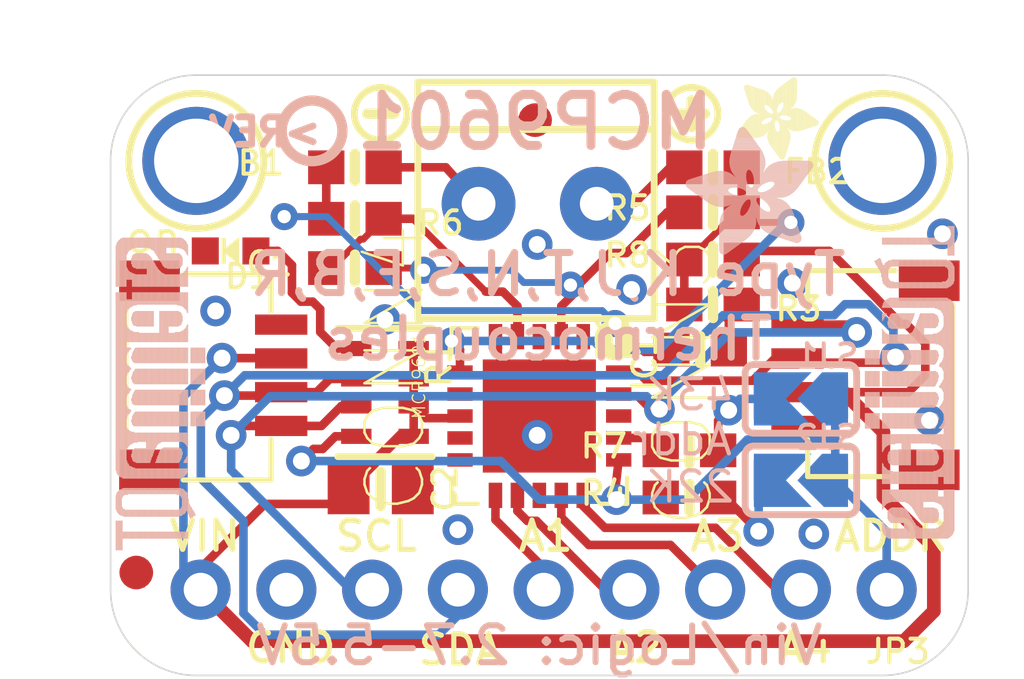
<source format=kicad_pcb>
(kicad_pcb (version 20211014) (generator pcbnew)
  (layers (0 "F.Cu" signal) (31 "B.Cu" signal) (34 "B.Paste" user) (35 "F.Paste" user) (36 "B.SilkS" user "B.Silkscreen") (37 "F.SilkS" user "F.Silkscreen") (38 "B.Mask" user) (39 "F.Mask" user) (44 "Edge.Cuts" user))
  (net 0 "")
  (net 1 "GND")
  (net 2 "ALERT2")
  (net 3 "ALERT1")
  (net 4 "ALERT3")
  (net 5 "ALERT4")
  (net 6 "ADDR")
  (net 7 "SCL")
  (net 8 "SDA")
  (net 9 "VIN")
  (net 10 "N$1")
  (net 11 "N$3")
  (net 12 "+")
  (net 13 "-")
  (net 14 "N$4")
  (net 15 "N$8")
  (net 16 "N$7")
  (net 17 "N$2")
  (net 18 "VSENSE")
  (footprint "boardEagle:JST_SH4" (layer "F.Cu") (at 158.6611 105.0036 90)
    (fp_text reference "CONN3" (at -4.6 -5.9 90) (layer "F.SilkS") (effects (font (size 1.703222 1.703222) (thickness 0.074778)) (justify left)))
    (fp_text value "STEMMA_I2C_QT" hide)
    (pad "1" smd rect (at -1.5 -2.514 180) (size 1.55 0.6) (layers "F.Cu" "F.Paste" "F.Mask") (net 1 "GND"))
    (pad "2" smd rect (at -0.5 -2.514 180) (size 1.55 0.6) (layers "F.Cu" "F.Paste" "F.Mask") (net 9 "VIN"))
    (pad "3" smd rect (at 0.5 -2.514 180) (size 1.55 0.6) (layers "F.Cu" "F.Paste" "F.Mask") (net 8 "SDA"))
    (pad "4" smd rect (at 1.5 -2.514 180) (size 1.55 0.6) (layers "F.Cu" "F.Paste" "F.Mask") (net 7 "SCL"))
    (pad "MT1" smd rect (at -2.8 1.386 180) (size 1.8 1.2) (layers "F.Cu" "F.Paste" "F.Mask") (net 1 "GND"))
    (pad "MT2" smd rect (at 2.8 1.386 180) (size 1.8 1.2) (layers "F.Cu" "F.Paste" "F.Mask") (net 1 "GND"))
  )
  (footprint "boardEagle:RESPACK_4X0603" (layer "F.Cu") (at 143.9291 105.5116 -90)
    (fp_text reference "R1" (at -1.6 -1.6 90) (layer "F.SilkS") (effects (font (size 0.692831 0.692831) (thickness 0.119969)) (justify right)))
    (fp_text value "10K")
    (pad "1" smd rect (at -1.3 0.85 270) (size 0.45 0.9) (layers "F.Cu" "F.Paste" "F.Mask") (net 17 "N$2"))
    (pad "2" smd rect (at -0.4 0.85 270) (size 0.45 0.9) (layers "F.Cu" "F.Paste" "F.Mask") (net 8 "SDA"))
    (pad "3" smd rect (at 0.4 0.85 270) (size 0.45 0.9) (layers "F.Cu" "F.Paste" "F.Mask") (net 7 "SCL"))
    (pad "4" smd rect (at 1.3 0.85 270) (size 0.45 0.9) (layers "F.Cu" "F.Paste" "F.Mask") (net 6 "ADDR"))
    (pad "5" smd rect (at 1.3 -0.85 270) (size 0.45 0.9) (layers "F.Cu" "F.Paste" "F.Mask") (net 9 "VIN"))
    (pad "6" smd rect (at 0.4 -0.85 270) (size 0.45 0.9) (layers "F.Cu" "F.Paste" "F.Mask") (net 9 "VIN"))
    (pad "7" smd rect (at -0.4 -0.85 270) (size 0.45 0.9) (layers "F.Cu" "F.Paste" "F.Mask") (net 9 "VIN"))
    (pad "8" smd rect (at -1.3 -0.85 270) (size 0.45 0.9) (layers "F.Cu" "F.Paste" "F.Mask") (net 9 "VIN"))
  )
  (footprint "boardEagle:0603-NO" (layer "F.Cu") (at 143.0401 100.3681)
    (fp_text reference "R6" (at 1.778 0.127) (layer "F.SilkS") (effects (font (size 0.692831 0.692831) (thickness 0.119969)) (justify left)))
    (fp_text value "100")
    (pad "1" smd rect (at -0.85 0) (size 1.075 1) (layers "F.Cu" "F.Paste" "F.Mask") (net 14 "N$4"))
    (pad "2" smd rect (at 0.85 0) (size 1.075 1) (layers "F.Cu" "F.Paste" "F.Mask") (net 11 "N$3"))
  )
  (footprint "boardEagle:0603-NO" (layer "F.Cu") (at 153.2636 104.2416 180)
    (fp_text reference "R2" (at 1.778 0.127) (layer "F.SilkS") (effects (font (size 0.692831 0.692831) (thickness 0.119969)) (justify right)))
    (fp_text value "487K")
    (pad "1" smd rect (at -0.85 0 180) (size 1.075 1) (layers "F.Cu" "F.Paste" "F.Mask") (net 1 "GND"))
    (pad "2" smd rect (at 0.85 0 180) (size 1.075 1) (layers "F.Cu" "F.Paste" "F.Mask") (net 14 "N$4"))
  )
  (footprint "boardEagle:CHIPLED_0603_NOOUTLINE" (layer "F.Cu") (at 139.3571 101.3206 90)
    (fp_text reference "D1" (at -0.762 1.27) (layer "F.SilkS") (effects (font (size 0.692831 0.692831) (thickness 0.119969)) (justify right)))
    (fp_text value "GREEN")
    (pad "A" smd rect (at 0 0.75 90) (size 0.8 0.8) (layers "F.Cu" "F.Paste" "F.Mask") (net 17 "N$2"))
    (pad "C" smd rect (at 0 -0.75 90) (size 0.8 0.8) (layers "F.Cu" "F.Paste" "F.Mask") (net 1 "GND"))
  )
  (footprint "boardEagle:0603-NO" (layer "F.Cu") (at 153.6446 101.5746 180)
    (fp_text reference "R8" (at 1.778 0.127) (layer "F.SilkS") (effects (font (size 0.692831 0.692831) (thickness 0.119969)) (justify right)))
    (fp_text value "2M")
    (pad "1" smd rect (at -0.85 0 180) (size 1.075 1) (layers "F.Cu" "F.Paste" "F.Mask") (net 9 "VIN"))
    (pad "2" smd rect (at 0.85 0 180) (size 1.075 1) (layers "F.Cu" "F.Paste" "F.Mask") (net 18 "VSENSE"))
  )
  (footprint "boardEagle:VQFN20_5MM" (layer "F.Cu") (at 148.5011 106.2101 -90)
    (fp_text reference "IC1" (at -2.501 -3.125 90) (layer "F.SilkS") (effects (font (size 0.692831 0.692831) (thickness 0.119969)) (justify right)))
    (fp_text value "MCP9601" (at -2.501 3.566 90) (layer "F.SilkS") (effects (font (size 0.369824 0.369824) (thickness 0.036576)) (justify right)))
    (pad "P$1" smd rect (at -2.35 -1.3 270) (size 0.75 0.4) (layers "F.Cu" "F.Paste" "F.Mask") (net 1 "GND"))
    (pad "P$2" smd rect (at -2.35 -0.65 270) (size 0.75 0.4) (layers "F.Cu" "F.Paste" "F.Mask") (net 10 "N$1"))
    (pad "P$3" smd rect (at -2.35 0 270) (size 0.75 0.4) (layers "F.Cu" "F.Paste" "F.Mask") (net 1 "GND"))
    (pad "P$4" smd rect (at -2.35 0.65 270) (size 0.75 0.4) (layers "F.Cu" "F.Paste" "F.Mask") (net 11 "N$3"))
    (pad "P$5" smd rect (at -2.35 1.3 270) (size 0.75 0.4) (layers "F.Cu" "F.Paste" "F.Mask") (net 1 "GND"))
    (pad "P$6" smd rect (at -1.3 2.35) (size 0.75 0.4) (layers "F.Cu" "F.Paste" "F.Mask") (net 18 "VSENSE"))
    (pad "P$7" smd rect (at -0.65 2.35) (size 0.75 0.4) (layers "F.Cu" "F.Paste" "F.Mask"))
    (pad "P$8" smd rect (at 0 2.35) (size 0.75 0.4) (layers "F.Cu" "F.Paste" "F.Mask") (net 9 "VIN"))
    (pad "P$9" smd rect (at 0.65 2.35) (size 0.75 0.4) (layers "F.Cu" "F.Paste" "F.Mask"))
    (pad "P$10" smd rect (at 1.3 2.35) (size 0.75 0.4) (layers "F.Cu" "F.Paste" "F.Mask") (net 1 "GND"))
    (pad "P$11" smd rect (at 2.35 1.3 90) (size 0.75 0.4) (layers "F.Cu" "F.Paste" "F.Mask") (net 3 "ALERT1"))
    (pad "P$12" smd rect (at 2.35 0.65 90) (size 0.75 0.4) (layers "F.Cu" "F.Paste" "F.Mask") (net 2 "ALERT2"))
    (pad "P$13" smd rect (at 2.35 0 90) (size 0.75 0.4) (layers "F.Cu" "F.Paste" "F.Mask") (net 1 "GND"))
    (pad "P$14" smd rect (at 2.35 -0.65 90) (size 0.75 0.4) (layers "F.Cu" "F.Paste" "F.Mask") (net 4 "ALERT3"))
    (pad "P$15" smd rect (at 2.35 -1.3 90) (size 0.75 0.4) (layers "F.Cu" "F.Paste" "F.Mask") (net 5 "ALERT4"))
    (pad "P$16" smd rect (at 1.3 -2.35 180) (size 0.75 0.4) (layers "F.Cu" "F.Paste" "F.Mask") (net 6 "ADDR"))
    (pad "P$17" smd rect (at 0.65 -2.35 180) (size 0.75 0.4) (layers "F.Cu" "F.Paste" "F.Mask") (net 1 "GND"))
    (pad "P$18" smd rect (at 0 -2.35 180) (size 0.75 0.4) (layers "F.Cu" "F.Paste" "F.Mask") (net 1 "GND"))
    (pad "P$19" smd rect (at -0.65 -2.35 180) (size 0.75 0.4) (layers "F.Cu" "F.Paste" "F.Mask") (net 7 "SCL"))
    (pad "P$20" smd rect (at -1.3 -2.35 180) (size 0.75 0.4) (layers "F.Cu" "F.Paste" "F.Mask") (net 8 "SDA"))
    (pad "THRM" smd rect (at 0 0 270) (size 3.35 3.35) (layers "F.Cu" "F.Mask") (net 1 "GND"))
  )
  (footprint "boardEagle:0603-NO" (layer "F.Cu") (at 152.9461 107.2261 180)
    (fp_text reference "R7" (at 1.778 0.127) (layer "F.SilkS") (effects (font (size 0.692831 0.692831) (thickness 0.119969)) (justify right)))
    (fp_text value "47K")
    (pad "1" smd rect (at -0.85 0 180) (size 1.075 1) (layers "F.Cu" "F.Paste" "F.Mask") (net 16 "N$7"))
    (pad "2" smd rect (at 0.85 0 180) (size 1.075 1) (layers "F.Cu" "F.Paste" "F.Mask") (net 1 "GND"))
  )
  (footprint "boardEagle:SYMBOL_MINUS" (layer "F.Cu") (at 143.8021 97.2566)
    (fp_text reference "U$18" hide)
    (fp_text value "" hide)
  )
  (footprint "boardEagle:1X09_ROUND_70" (layer "F.Cu") (at 148.6281 111.3536 180)
    (fp_text reference "JP3" (at -11.5062 -1.8288) (layer "F.SilkS") (effects (font (size 0.692831 0.692831) (thickness 0.119969)) (justify right)))
    (fp_text value "")
    (pad "1" thru_hole circle (at -10.16 0 270) (size 1.778 1.778) (drill 1) (layers *.Cu *.Mask) (net 6 "ADDR"))
    (pad "2" thru_hole circle (at -7.62 0 270) (size 1.778 1.778) (drill 1) (layers *.Cu *.Mask) (net 5 "ALERT4"))
    (pad "3" thru_hole circle (at -5.08 0 270) (size 1.778 1.778) (drill 1) (layers *.Cu *.Mask) (net 4 "ALERT3"))
    (pad "4" thru_hole circle (at -2.54 0 270) (size 1.778 1.778) (drill 1) (layers *.Cu *.Mask) (net 2 "ALERT2"))
    (pad "5" thru_hole circle (at 0 0 270) (size 1.778 1.778) (drill 1) (layers *.Cu *.Mask) (net 3 "ALERT1"))
    (pad "6" thru_hole circle (at 2.54 0 270) (size 1.778 1.778) (drill 1) (layers *.Cu *.Mask) (net 8 "SDA"))
    (pad "7" thru_hole circle (at 5.08 0 270) (size 1.778 1.778) (drill 1) (layers *.Cu *.Mask) (net 7 "SCL"))
    (pad "8" thru_hole circle (at 7.62 0 270) (size 1.778 1.778) (drill 1) (layers *.Cu *.Mask) (net 1 "GND"))
    (pad "9" thru_hole circle (at 10.16 0 270) (size 1.778 1.778) (drill 1) (layers *.Cu *.Mask) (net 9 "VIN"))
  )
  (footprint "boardEagle:0603-NO" (layer "F.Cu") (at 153.6446 102.9081)
    (fp_text reference "R3" (at 1.778 0.127) (layer "F.SilkS") (effects (font (size 0.692831 0.692831) (thickness 0.119969)) (justify left)))
    (fp_text value "2.5M")
    (pad "1" smd rect (at -0.85 0) (size 1.075 1) (layers "F.Cu" "F.Paste" "F.Mask") (net 18 "VSENSE"))
    (pad "2" smd rect (at 0.85 0) (size 1.075 1) (layers "F.Cu" "F.Paste" "F.Mask") (net 1 "GND"))
  )
  (footprint "boardEagle:0603-NO" (layer "F.Cu") (at 153.6446 98.8441)
    (fp_text reference "FB2" (at 2.032 0.127) (layer "F.SilkS") (effects (font (size 0.692831 0.692831) (thickness 0.119969)) (justify left)))
    (fp_text value "Ferrite")
    (pad "1" smd rect (at -0.85 0) (size 1.075 1) (layers "F.Cu" "F.Paste" "F.Mask") (net 12 "+"))
    (pad "2" smd rect (at 0.85 0) (size 1.075 1) (layers "F.Cu" "F.Paste" "F.Mask") (net 18 "VSENSE"))
  )
  (footprint "boardEagle:0603-NO" (layer "F.Cu") (at 143.0401 101.8286 180)
    (fp_text reference "C1" (at 1.778 0.127) (layer "F.SilkS") (effects (font (size 0.692831 0.692831) (thickness 0.119969)) (justify right)))
    (fp_text value "0.1uF")
    (pad "1" smd rect (at -0.85 0 180) (size 1.075 1) (layers "F.Cu" "F.Paste" "F.Mask") (net 10 "N$1"))
    (pad "2" smd rect (at 0.85 0 180) (size 1.075 1) (layers "F.Cu" "F.Paste" "F.Mask") (net 11 "N$3"))
  )
  (footprint "boardEagle:MOUNTINGHOLE_2.5_PLATED" (layer "F.Cu") (at 138.3411 98.6536)
    (fp_text reference "U$33" hide)
    (fp_text value "MOUNTINGHOLE2.5" hide)
    (pad "P$1" thru_hole circle (at 0 0) (size 3.2 3.2) (drill 2.5) (layers *.Cu *.Mask))
  )
  (footprint "boardEagle:SYMBOL_PLUS" (layer "F.Cu") (at 153.0096 97.2566)
    (fp_text reference "U$17" hide)
    (fp_text value "" hide)
  )
  (footprint "boardEagle:TERMBLOCK_1X2-3.5MM" (layer "F.Cu") (at 148.5011 99.9236 180)
    (fp_text reference "X1" (at -3 -3.89) (layer "F.SilkS") (effects (font (size 0.692831 0.692831) (thickness 0.119969)) (justify right)))
    (fp_text value "TERMBLK")
    (pad "1" thru_hole circle (at 1.8 0 180) (size 2.1844 2.1844) (drill 1) (layers *.Cu *.Mask) (net 13 "-"))
    (pad "2" thru_hole circle (at -1.7 0 180) (size 2.1844 2.1844) (drill 1) (layers *.Cu *.Mask) (net 12 "+"))
  )
  (footprint "boardEagle:JST_SH4" (layer "F.Cu") (at 138.3411 105.0036 -90)
    (fp_text reference "CONN4" (at -4.6 -5.9 90) (layer "F.SilkS") (effects (font (size 1.703222 1.703222) (thickness 0.074778)) (justify right)))
    (fp_text value "STEMMA_I2C_QT" hide)
    (pad "1" smd rect (at -1.5 -2.514) (size 1.55 0.6) (layers "F.Cu" "F.Paste" "F.Mask") (net 1 "GND"))
    (pad "2" smd rect (at -0.5 -2.514) (size 1.55 0.6) (layers "F.Cu" "F.Paste" "F.Mask") (net 9 "VIN"))
    (pad "3" smd rect (at 0.5 -2.514) (size 1.55 0.6) (layers "F.Cu" "F.Paste" "F.Mask") (net 8 "SDA"))
    (pad "4" smd rect (at 1.5 -2.514) (size 1.55 0.6) (layers "F.Cu" "F.Paste" "F.Mask") (net 7 "SCL"))
    (pad "MT1" smd rect (at -2.8 1.386) (size 1.8 1.2) (layers "F.Cu" "F.Paste" "F.Mask") (net 1 "GND"))
    (pad "MT2" smd rect (at 2.8 1.386) (size 1.8 1.2) (layers "F.Cu" "F.Paste" "F.Mask") (net 1 "GND"))
  )
  (footprint "boardEagle:0603-NO" (layer "F.Cu") (at 143.0401 98.8441 180)
    (fp_text reference "FB1" (at 2.032 0.127) (layer "F.SilkS") (effects (font (size 0.692831 0.692831) (thickness 0.119969)) (justify right)))
    (fp_text value "Ferrite")
    (pad "1" smd rect (at -0.85 0 180) (size 1.075 1) (layers "F.Cu" "F.Paste" "F.Mask") (net 13 "-"))
    (pad "2" smd rect (at 0.85 0 180) (size 1.075 1) (layers "F.Cu" "F.Paste" "F.Mask") (net 14 "N$4"))
  )
  (footprint "boardEagle:MOUNTINGHOLE_2.5_PLATED" (layer "F.Cu") (at 158.6611 98.6536)
    (fp_text reference "U$34" hide)
    (fp_text value "MOUNTINGHOLE2.5" hide)
    (pad "P$1" thru_hole circle (at 0 0) (size 3.2 3.2) (drill 2.5) (layers *.Cu *.Mask))
  )
  (footprint "boardEagle:0805-NO" (layer "F.Cu") (at 143.8021 108.3691)
    (fp_text reference "C2" (at 1.905 -0.762 90) (layer "F.SilkS") (effects (font (size 0.692831 0.692831) (thickness 0.119969)) (justify right)))
    (fp_text value "10uF")
    (pad "1" smd rect (at -0.95 0) (size 1.24 1.5) (layers "F.Cu" "F.Paste" "F.Mask") (net 9 "VIN"))
    (pad "2" smd rect (at 0.95 0) (size 1.24 1.5) (layers "F.Cu" "F.Paste" "F.Mask") (net 1 "GND"))
  )
  (footprint "boardEagle:ADAFRUIT_2.5MM" (layer "F.Cu") (at 154.3431 96.1771 -90)
    (fp_text reference "U$16" hide)
    (fp_text value "" hide)
  )
  (footprint "boardEagle:FIDUCIAL_1MM" (layer "F.Cu") (at 148.3741 97.4471)
    (fp_text reference "FID4" hide)
    (fp_text value "FIDUCIAL_1MM" hide)
    (pad "1" smd roundrect (at 0 0) (size 1 1) (layers "F.Cu" "F.Mask") (roundrect_rratio 0.5))
  )
  (footprint "boardEagle:FIDUCIAL_1MM" (layer "F.Cu") (at 136.5631 110.8456)
    (fp_text reference "FID3" hide)
    (fp_text value "FIDUCIAL_1MM" hide)
    (pad "1" smd roundrect (at 0 0) (size 1 1) (layers "F.Cu" "F.Mask") (roundrect_rratio 0.5))
  )
  (footprint "boardEagle:0603-NO" (layer "F.Cu") (at 152.9461 108.6231 180)
    (fp_text reference "R4" (at 1.778 0.127) (layer "F.SilkS") (effects (font (size 0.692831 0.692831) (thickness 0.119969)) (justify right)))
    (fp_text value "22K")
    (pad "1" smd rect (at -0.85 0 180) (size 1.075 1) (layers "F.Cu" "F.Paste" "F.Mask") (net 15 "N$8"))
    (pad "2" smd rect (at 0.85 0 180) (size 1.075 1) (layers "F.Cu" "F.Paste" "F.Mask") (net 1 "GND"))
  )
  (footprint "boardEagle:0603-NO" (layer "F.Cu") (at 153.6446 100.1776 180)
    (fp_text reference "R5" (at 1.778 0.127) (layer "F.SilkS") (effects (font (size 0.692831 0.692831) (thickness 0.119969)) (justify right)))
    (fp_text value "100")
    (pad "1" smd rect (at -0.85 0 180) (size 1.075 1) (layers "F.Cu" "F.Paste" "F.Mask") (net 18 "VSENSE"))
    (pad "2" smd rect (at 0.85 0 180) (size 1.075 1) (layers "F.Cu" "F.Paste" "F.Mask") (net 10 "N$1"))
  )
  (footprint "boardEagle:ADAFRUIT_3.5MM" (layer "B.Cu") (at 156.6291 101.4476 180)
    (fp_text reference "U$20" hide)
    (fp_text value "" hide)
  )
  (footprint "boardEagle:SOLDERJUMPER_ARROW_NOPASTE" (layer "B.Cu") (at 156.2481 108.1151 180)
    (fp_text reference "SJ2" (at -1.778 1.27) (layer "B.SilkS") (effects (font (size 0.692831 0.692831) (thickness 0.119969)) (justify left mirror)))
    (fp_text value "")
    (fp_poly (pts (xy 1.3946 -0.7882) (xy -0.315893 -0.7882) (xy 0.443148 0) (xy -0.315893 0.7882) (xy 1.3946 0.7882)) (layer "B.Cu") (width 0) (fill solid))
    (fp_poly (pts (xy 0.106121 -0.002663) (xy -0.679416 -0.7882) (xy -1.3946 -0.7882) (xy -1.3946 0.7882) (xy -0.62715 0.7882)) (layer "B.Cu") (width 0) (fill solid))
    (pad "1" smd roundrect (at -1.016 0 180) (size 0.762 1.524) (layers "B.Cu") (net 6 "ADDR"))
    (pad "2" smd roundrect (at 1.016 0 180) (size 0.762 1.524) (layers "B.Cu") (net 15 "N$8"))
  )
  (footprint "boardEagle:SOLDERJUMPER_ARROW_NOPASTE" (layer "B.Cu") (at 156.2481 105.7021 180)
    (fp_text reference "SJ1" (at -1.778 1.27) (layer "B.SilkS") (effects (font (size 0.692831 0.692831) (thickness 0.119969)) (justify left mirror)))
    (fp_text value "")
    (fp_poly (pts (xy 0.106121 -0.002663) (xy -0.679416 -0.7882) (xy -1.3946 -0.7882) (xy -1.3946 0.7882) (xy -0.62715 0.7882)) (layer "B.Cu") (width 0) (fill solid))
    (fp_poly (pts (xy 1.3946 -0.7882) (xy -0.315893 -0.7882) (xy 0.443148 0) (xy -0.315893 0.7882) (xy 1.3946 0.7882)) (layer "B.Cu") (width 0) (fill solid))
    (pad "1" smd roundrect (at -1.016 0 180) (size 0.762 1.524) (layers "B.Cu") (net 6 "ADDR"))
    (pad "2" smd roundrect (at 1.016 0 180) (size 0.762 1.524) (layers "B.Cu") (net 16 "N$7"))
  )
  (footprint "boardEagle:STEMMAQT" (layer "B.Cu") (at 138.5951 100.9396 -90)
    (fp_text reference "U$42" hide)
    (fp_text value "" hide)
  )
  (footprint "boardEagle:STEMMAQT" (layer "B.Cu") (at 158.1531 109.8296 90)
    (fp_text reference "U$41" hide)
    (fp_text value "" hide)
  )
  (footprint "boardEagle:PCBFEAT-REV-040" (layer "B.Cu") (at 141.7701 97.7646 180)
    (fp_text reference "U$40" hide)
    (fp_text value "" hide)
    (fp_text user ">REV" (at -0.3556 -0.508) (layer "B.SilkS") (effects (font (size 0.8128 0.8128) (thickness 0.2032)) (justify left bottom mirror)))
  )
  (gr_arc (start 135.8011 98.6536) (mid 136.545049 96.857549) (end 138.3411 96.1136) (layer "Edge.Cuts") (width 0.05))
  (gr_line (start 161.2011 111.3536) (end 161.2011 98.6536) (layer "Edge.Cuts") (width 0.05))
  (gr_line (start 158.6611 96.1136) (end 138.3411 96.1136) (layer "Edge.Cuts") (width 0.05))
  (gr_arc (start 161.2011 111.3536) (mid 160.457151 113.149651) (end 158.6611 113.8936) (layer "Edge.Cuts") (width 0.05))
  (gr_arc (start 138.3411 113.8936) (mid 136.545049 113.149651) (end 135.8011 111.3536) (layer "Edge.Cuts") (width 0.05))
  (gr_line (start 138.3411 113.8936) (end 158.6611 113.8936) (layer "Edge.Cuts") (width 0.05))
  (gr_arc (start 158.6611 96.1136) (mid 160.457151 96.857549) (end 161.2011 98.6536) (layer "Edge.Cuts") (width 0.05))
  (gr_line (start 135.8011 98.6536) (end 135.8011 111.3536) (layer "Edge.Cuts") (width 0.05))
  (gr_text "Addr" (at 154.2796 106.9086) (layer "B.SilkS") (effects (font (size 0.89408 0.89408) (thickness 0.12192)) (justify left mirror)))
  (gr_text "Type K,J,T,N,S,E,B,R\nThermocouples" (at 148.7551 102.9716) (layer "B.SilkS") (effects (font (size 1.18745 1.18745) (thickness 0.20955)) (justify mirror)))
  (gr_text "MCP9601" (at 148.3741 97.5106) (layer "B.SilkS") (effects (font (size 1.5113 1.5113) (thickness 0.2667)) (justify mirror)))
  (gr_text "22K" (at 154.3431 108.3056) (layer "B.SilkS") (effects (font (size 0.89408 0.89408) (thickness 0.12192)) (justify left mirror)))
  (gr_text "Vin/Logic: 2.7-5.5V" (at 148.5011 113.0046) (layer "B.SilkS") (effects (font (size 1.0922 1.0922) (thickness 0.1778)) (justify mirror)))
  (gr_text "43K" (at 154.3431 105.5751) (layer "B.SilkS") (effects (font (size 0.89408 0.89408) (thickness 0.12192)) (justify left mirror)))
  (gr_text "" (at 140.1191 103.6066 90) (layer "F.SilkS") (effects (font (size 0.89408 0.89408) (thickness 0.12192))))
  (gr_text "SCL" (at 143.6751 109.7661) (layer "F.SilkS") (effects (font (size 0.8636 0.8636) (thickness 0.1524))))
  (gr_text "SDA" (at 146.1516 113.1316) (layer "F.SilkS") (effects (font (size 0.8636 0.8636) (thickness 0.1524))))
  (gr_text "A3" (at 153.7716 109.7661) (layer "F.SilkS") (effects (font (size 0.8636 0.8636) (thickness 0.1524))))
  (gr_text "VIN" (at 138.5951 109.7661) (layer "F.SilkS") (effects (font (size 0.8636 0.8636) (thickness 0.1524))))
  (gr_text "GND" (at 141.1351 113.0681) (layer "F.SilkS") (effects (font (size 0.8636 0.8636) (thickness 0.1524))))
  (gr_text "A2" (at 151.3586 113.0681) (layer "F.SilkS") (effects (font (size 0.8636 0.8636) (thickness 0.1524))))
  (gr_text "A4" (at 156.3751 113.0681) (layer "F.SilkS") (effects (font (size 0.8636 0.8636) (thickness 0.1524))))
  (gr_text "A1" (at 148.6916 109.7661) (layer "F.SilkS") (effects (font (size 0.8636 0.8636) (thickness 0.1524))))
  (gr_text "ADDR" (at 158.9151 109.7661) (layer "F.SilkS") (effects (font (size 0.8636 0.8636) (thickness 0.1524))))
  (gr_text "on" (at 136.1821 101.4476) (layer "F.SilkS") (effects (font (size 0.89408 0.89408) (thickness 0.12192)) (justify left bottom)))
  (segment (start 147.2011 103.8601) (end 147.2701 103.9291) (width 0.254) (layer "F.Cu") (net 1))
  (segment (start 147.2701 104.392913) (end 148.5011 105.623913) (width 0.254) (layer "F.Cu") (net 1))
  (segment (start 148.5011 105.623913) (end 148.5011 106.2101) (width 0.254) (layer "F.Cu") (net 1))
  (segment (start 147.2701 103.9291) (end 147.2701 104.392913) (width 0.254) (layer "F.Cu") (net 1))
  (segment (start 154.1136 103.2891) (end 154.4946 102.9081) (width 0.254) (layer "F.Cu") (net 1))
  (segment (start 154.1136 104.2416) (end 154.1136 103.2891) (width 0.254) (layer "F.Cu") (net 1))
  (segment (start 151.7301 106.8601) (end 152.0961 107.2261) (width 0.254) (layer "F.Cu") (net 1))
  (segment (start 150.8511 106.8601) (end 151.7301 106.8601) (width 0.254) (layer "F.Cu") (net 1))
  (via (at 148.4376 106.7816) (size 0.9064) (drill 0.5) (layers "F.Cu" "B.Cu") (net 1))
  (via (at 160.4391 100.8126) (size 0.9064) (drill 0.5) (layers "F.Cu" "B.Cu") (net 1))
  (via (at 160.0581 106.3371) (size 0.9064) (drill 0.5) (layers "F.Cu" "B.Cu") (net 1))
  (via (at 156.6291 109.7026) (size 0.9064) (drill 0.5) (layers "F.Cu" "B.Cu") (net 1))
  (via (at 151.2316 102.4636) (size 0.9064) (drill 0.5) (layers "F.Cu" "B.Cu") (net 1))
  (via (at 146.0881 109.5756) (size 0.9064) (drill 0.5) (layers "F.Cu" "B.Cu") (net 1))
  (via (at 148.4376 101.1301) (size 0.9064) (drill 0.5) (layers "F.Cu" "B.Cu") (net 1))
  (via (at 143.9291 103.3526) (size 0.9064) (drill 0.5) (layers "F.Cu" "B.Cu") (net 1))
  (via (at 155.9941 102.2731) (size 0.9064) (drill 0.5) (layers "F.Cu" "B.Cu") (net 1))
  (via (at 138.9126 103.0986) (size 0.9064) (drill 0.5) (layers "F.Cu" "B.Cu") (net 1))
  (segment (start 151.1681 111.3536) (end 150.4541 111.3536) (width 0.254) (layer "F.Cu") (net 2))
  (segment (start 147.8511 109.023913) (end 147.8511 108.5601) (width 0.254) (layer "F.Cu") (net 2))
  (segment (start 148.4166 109.3161) (end 148.143287 109.3161) (width 0.254) (layer "F.Cu") (net 2))
  (segment (start 150.4541 111.3536) (end 148.4166 109.3161) (width 0.254) (layer "F.Cu") (net 2))
  (segment (start 148.143287 109.3161) (end 147.8511 109.023913) (width 0.254) (layer "F.Cu") (net 2))
  (segment (start 148.6281 110.709838) (end 148.6281 111.3536) (width 0.254) (layer "F.Cu") (net 3))
  (segment (start 147.2011 109.282838) (end 148.6281 110.709838) (width 0.254) (layer "F.Cu") (net 3))
  (segment (start 147.2011 108.5601) (end 147.2011 109.282838) (width 0.254) (layer "F.Cu") (net 3))
  (segment (start 149.1511 109.214413) (end 149.1511 108.5601) (width 0.254) (layer "F.Cu") (net 4))
  (segment (start 152.3833 110.0288) (end 153.7081 111.3536) (width 0.254) (layer "F.Cu") (net 4))
  (segment (start 152.3833 110.0288) (end 149.965487 110.0288) (width 0.254) (layer "F.Cu") (net 4))
  (segment (start 149.965487 110.0288) (end 149.1511 109.214413) (width 0.254) (layer "F.Cu") (net 4))
  (segment (start 155.5496 111.3536) (end 153.7168 109.5208) (width 0.254) (layer "F.Cu") (net 5))
  (segment (start 156.2481 111.3536) (end 155.5496 111.3536) (width 0.254) (layer "F.Cu") (net 5))
  (segment (start 149.8011 108.880338) (end 149.8011 108.5601) (width 0.254) (layer "F.Cu") (net 5))
  (segment (start 153.7168 109.5208) (end 150.441562 109.5208) (width 0.254) (layer "F.Cu") (net 5))
  (segment (start 150.441562 109.5208) (end 149.8011 108.880338) (width 0.254) (layer "F.Cu") (net 5))
  (segment (start 143.0791 106.8116) (end 142.458525 106.8116) (width 0.254) (layer "F.Cu") (net 6))
  (segment (start 142.458525 106.8116) (end 142.085525 107.1846) (width 0.254) (layer "F.Cu") (net 6))
  (segment (start 142.085525 107.1846) (end 141.8116 107.1846) (width 0.254) (layer "F.Cu") (net 6))
  (segment (start 150.7241 108.6236) (end 150.7871 108.6866) (width 0.254) (layer "F.Cu") (net 6))
  (segment (start 141.8116 107.1846) (end 141.4526 107.5436) (width 0.254) (layer "F.Cu") (net 6))
  (segment (start 150.8511 107.5101) (end 150.7241 108.6236) (width 0.254) (layer "F.Cu") (net 6))
  (via (at 141.4526 107.5436) (size 0.9064) (drill 0.5) (layers "F.Cu" "B.Cu") (net 6))
  (via (at 150.7871 108.6866) (size 0.9064) (drill 0.5) (layers "F.Cu" "B.Cu") (net 6))
  (segment (start 157.2641 105.7021) (end 157.2641 106.9086) (width 0.254) (layer "B.Cu") (net 6))
  (segment (start 157.2641 106.9086) (end 157.2641 108.1151) (width 0.254) (layer "B.Cu") (net 6))
  (segment (start 141.4526 107.5436) (end 147.3581 107.5436) (width 0.254) (layer "B.Cu") (net 6))
  (segment (start 150.7871 108.6866) (end 152.8826 108.6866) (width 0.254) (layer "B.Cu") (net 6))
  (segment (start 154.6606 106.9086) (end 152.8826 108.6866) (width 0.254) (layer "B.Cu") (net 6))
  (segment (start 158.7881 109.6391) (end 158.7881 111.3536) (width 0.254) (layer "B.Cu") (net 6))
  (segment (start 154.6606 106.9086) (end 157.2641 106.9086) (width 0.254) (layer "B.Cu") (net 6))
  (segment (start 157.2641 108.1151) (end 158.7881 109.6391) (width 0.254) (layer "B.Cu") (net 6))
  (segment (start 148.5011 108.6866) (end 150.7871 108.6866) (width 0.254) (layer "B.Cu") (net 6))
  (segment (start 148.5011 108.6866) (end 147.3581 107.5436) (width 0.254) (layer "B.Cu") (net 6))
  (segment (start 139.5851 106.5036) (end 139.372437 106.716263) (width 0.254) (layer "F.Cu") (net 7))
  (segment (start 157.6691 103.5036) (end 156.1471 103.5036) (width 0.254) (layer "F.Cu") (net 7))
  (segment (start 142.0481 106.5036) (end 140.8551 106.5036) (width 0.254) (layer "F.Cu") (net 7))
  (segment (start 139.372437 106.7816) (end 139.372437 106.716263) (width 0.254) (layer "F.Cu") (net 7))
  (segment (start 140.8551 106.5036) (end 139.5851 106.5036) (width 0.254) (layer "F.Cu") (net 7))
  (segment (start 150.8511 105.5601) (end 150.9146 105.6236) (width 0.254) (layer "F.Cu") (net 7))
  (segment (start 151.8031 106.0062) (end 152.0571 106.0062) (width 0.254) (layer "F.Cu") (net 7))
  (segment (start 143.0791 105.9116) (end 142.6401 105.9116) (width 0.254) (layer "F.Cu") (net 7))
  (segment (start 151.4205 105.6236) (end 150.9146 105.6236) (width 0.254) (layer "F.Cu") (net 7))
  (segment (start 142.6401 105.9116) (end 142.0481 106.5036) (width 0.254) (layer "F.Cu") (net 7))
  (segment (start 157.8991 103.7336) (end 157.6691 103.5036) (width 0.254) (layer "F.Cu") (net 7))
  (segment (start 151.8031 106.0062) (end 151.4205 105.6236) (width 0.254) (layer "F.Cu") (net 7))
  (via (at 157.8991 103.7336) (size 0.9064) (drill 0.5) (layers "F.Cu" "B.Cu") (net 7))
  (via (at 152.0571 106.0062) (size 0.9064) (drill 0.5) (layers "F.Cu" "B.Cu") (net 7))
  (via (at 139.372437 106.7816) (size 0.9064) (drill 0.5) (layers "F.Cu" "B.Cu") (net 7))
  (segment (start 154.1526 103.7336) (end 157.8991 103.7336) (width 0.254) (layer "B.Cu") (net 7))
  (segment (start 154.1526 103.7336) (end 152.0571 105.8291) (width 0.254) (layer "B.Cu") (net 7))
  (segment (start 152.0571 106.0062) (end 152.0571 105.8291) (width 0.254) (layer "B.Cu") (net 7))
  (segment (start 151.6761 105.6252) (end 140.528837 105.6252) (width 0.254) (layer "B.Cu") (net 7))
  (segment (start 139.372437 107.812938) (end 142.9131 111.3536) (width 0.254) (layer "B.Cu") (net 7))
  (segment (start 139.372437 106.7816) (end 139.372437 107.812938) (width 0.254) (layer "B.Cu") (net 7))
  (segment (start 139.372437 106.7816) (end 140.528837 105.6252) (width 0.254) (layer "B.Cu") (net 7))
  (segment (start 151.6761 105.6252) (end 152.0571 106.0062) (width 0.254) (layer "B.Cu") (net 7))
  (segment (start 142.9131 111.3536) (end 143.5481 111.3536) (width 0.254) (layer "B.Cu") (net 7))
  (segment (start 141.9051 105.5036) (end 140.8551 105.5036) (width 0.254) (layer "F.Cu") (net 8))
  (segment (start 150.8511 104.9101) (end 151.4226 104.9101) (width 0.254) (layer "F.Cu") (net 8))
  (segment (start 143.0791 105.1116) (end 142.2971 105.1116) (width 0.254) (layer "F.Cu") (net 8))
  (segment (start 151.6766 105.1641) (end 154.8176 105.1641) (width 0.254) (layer "F.Cu") (net 8))
  (segment (start 155.4781 104.5036) (end 156.1471 104.5036) (width 0.254) (layer "F.Cu") (net 8))
  (segment (start 151.6766 105.1641) (end 151.4226 104.9101) (width 0.254) (layer "F.Cu") (net 8))
  (segment (start 142.2971 105.1116) (end 141.9051 105.5036) (width 0.254) (layer "F.Cu") (net 8))
  (segment (start 159.048737 104.4622) (end 158.880337 104.6306) (width 0.254) (layer "F.Cu") (net 8))
  (segment (start 158.880337 104.6306) (end 156.2741 104.6306) (width 0.254) (layer "F.Cu") (net 8))
  (segment (start 155.4781 104.5036) (end 154.8176 105.1641) (width 0.254) (layer "F.Cu") (net 8))
  (segment (start 156.1471 104.5036) (end 156.2741 104.6306) (width 0.254) (layer "F.Cu") (net 8))
  (segment (start 140.7535 105.6052) (end 139.173237 105.6052) (width 0.254) (layer "F.Cu") (net 8))
  (segment (start 140.8551 105.5036) (end 140.7535 105.6052) (width 0.254) (layer "F.Cu") (net 8))
  (via (at 139.173237 105.6052) (size 0.9064) (drill 0.5) (layers "F.Cu" "B.Cu") (net 8))
  (via (at 159.048737 104.4622) (size 0.9064) (drill 0.5) (layers "F.Cu" "B.Cu") (net 8))
  (segment (start 139.774837 105.0036) (end 139.173237 105.6052) (width 0.254) (layer "B.Cu") (net 8))
  (segment (start 140.3731 112.6871) (end 145.5166 112.6871) (width 0.254) (layer "B.Cu") (net 8))
  (segment (start 139.7381 112.0521) (end 140.3731 112.6871) (width 0.254) (layer "B.Cu") (net 8))
  (segment (start 157.227362 103.2256) (end 153.942175 103.2256) (width 0.254) (layer "B.Cu") (net 8))
  (segment (start 139.173237 105.6052) (end 138.474737 106.3037) (width 0.254) (layer "B.Cu") (net 8))
  (segment (start 153.942175 103.2256) (end 152.164175 105.0036) (width 0.254) (layer "B.Cu") (net 8))
  (segment (start 158.9873 103.642063) (end 158.244637 102.8994) (width 0.254) (layer "B.Cu") (net 8))
  (segment (start 138.474737 106.3037) (end 138.474737 108.058238) (width 0.254) (layer "B.Cu") (net 8))
  (segment (start 152.164175 105.0036) (end 139.774837 105.0036) (width 0.254) (layer "B.Cu") (net 8))
  (segment (start 159.048737 104.4622) (end 158.9873 104.4622) (width 0.254) (layer "B.Cu") (net 8))
  (segment (start 146.0881 112.1156) (end 146.0881 111.3536) (width 0.254) (layer "B.Cu") (net 8))
  (segment (start 157.553562 102.8994) (end 157.227362 103.2256) (width 0.254) (layer "B.Cu") (net 8))
  (segment (start 158.9873 104.4622) (end 158.9873 103.642063) (width 0.254) (layer "B.Cu") (net 8))
  (segment (start 138.474737 108.058238) (end 139.7381 109.3216) (width 0.254) (layer "B.Cu") (net 8))
  (segment (start 139.7381 109.3216) (end 139.7381 112.0521) (width 0.254) (layer "B.Cu") (net 8))
  (segment (start 145.5166 112.6871) (end 146.0881 112.1156) (width 0.254) (layer "B.Cu") (net 8))
  (segment (start 158.244637 102.8994) (end 157.553562 102.8994) (width 0.254) (layer "B.Cu") (net 8))
  (segment (start 156.1471 105.5036) (end 157.2006 105.5036) (width 0.4064) (layer "F.Cu") (net 9))
  (segment (start 143.7257 107.450763) (end 144.394862 106.7816) (width 0.3048) (layer "F.Cu") (net 9))
  (segment (start 160.1851 110.088182) (end 160.1851 111.9886) (width 0.4064) (layer "F.Cu") (net 9))
  (segment (start 142.8521 108.3691) (end 142.4076 108.8136) (width 0.254) (layer "F.Cu") (net 9))
  (segment (start 142.4076 108.8136) (end 140.3731 108.8136) (width 0.254) (layer "F.Cu") (net 9))
  (segment (start 143.7257 107.4955) (end 143.7257 107.450763) (width 0.3048) (layer "F.Cu") (net 9))
  (segment (start 159.205331 103.4796) (end 159.3596 103.4796) (width 0.254) (layer "F.Cu") (net 9))
  (segment (start 139.1031 104.4956) (end 140.8471 104.4956) (width 0.254) (layer "F.Cu") (net 9))
  (segment (start 158.454328 102.6876) (end 157.087328 101.3206) (width 0.254) (layer "F.Cu") (net 9))
  (segment (start 145.9606 106.2736) (end 146.1511 106.2101) (width 0.254) (layer "F.Cu") (net 9))
  (segment (start 159.9311 104.0511) (end 159.9311 105.0036) (width 0.254) (layer "F.Cu") (net 9))
  (segment (start 144.7791 105.1116) (end 144.7791 104.2116) (width 0.254) (layer "F.Cu") (net 9))
  (segment (start 157.5101 105.5036) (end 158.6899 106.6834) (width 0.4064) (layer "F.Cu") (net 9))
  (segment (start 160.1851 111.9886) (end 159.2961 112.8776) (width 0.4064) (layer "F.Cu") (net 9))
  (segment (start 157.087328 101.3206) (end 154.7486 101.3206) (width 0.254) (layer "F.Cu") (net 9))
  (segment (start 159.3596 103.4796) (end 159.9311 104.0511) (width 0.254) (layer "F.Cu") (net 9))
  (segment (start 138.4681 110.7186) (end 138.4681 111.3536) (width 0.254) (layer "F.Cu") (net 9))
  (segment (start 145.1411 106.2736) (end 145.9606 106.2736) (width 0.254) (layer "F.Cu") (net 9))
  (segment (start 159.4311 105.5036) (end 157.2006 105.5036) (width 0.254) (layer "F.Cu") (net 9))
  (segment (start 140.8471 104.4956) (end 140.8551 104.5036) (width 0.254) (layer "F.Cu") (net 9))
  (segment (start 157.2006 105.5036) (end 157.5101 105.5036) (width 0.4064) (layer "F.Cu") (net 9))
  (segment (start 154.7486 101.3206) (end 154.4946 101.5746) (width 0.254) (layer "F.Cu") (net 9))
  (segment (start 140.3731 108.8136) (end 138.4681 110.7186) (width 0.254) (layer "F.Cu") (net 9))
  (segment (start 159.2961 112.8776) (end 139.9921 112.8776) (width 0.4064) (layer "F.Cu") (net 9))
  (segment (start 144.7791 105.1116) (end 144.7791 105.9116) (width 0.254) (layer "F.Cu") (net 9))
  (segment (start 159.9311 105.0036) (end 159.4311 105.5036) (width 0.254) (layer "F.Cu") (net 9))
  (segment (start 159.205331 103.4796) (end 158.454328 102.6876) (width 0.254) (layer "F.Cu") (net 9))
  (segment (start 144.7791 106.7816) (end 144.7791 106.0586) (width 0.254) (layer "F.Cu") (net 9))
  (segment (start 139.9921 112.8776) (end 138.4681 111.3536) (width 0.4064) (layer "F.Cu") (net 9))
  (segment (start 158.6899 108.592982) (end 160.1851 110.088182) (width 0.4064) (layer "F.Cu") (net 9))
  (segment (start 158.6899 106.6834) (end 158.6899 108.592982) (width 0.4064) (layer "F.Cu") (net 9))
  (segment (start 142.8521 108.3691) (end 143.7257 107.4955) (width 0.3048) (layer "F.Cu") (net 9))
  (segment (start 144.8526 105.9851) (end 144.7791 105.9116) (width 0.254) (layer "F.Cu") (net 9))
  (segment (start 144.8526 105.9851) (end 145.1411 106.2736) (width 0.254) (layer "F.Cu") (net 9))
  (segment (start 144.7791 106.0586) (end 144.8526 105.9851) (width 0.254) (layer "F.Cu") (net 9))
  (segment (start 144.394862 106.7816) (end 144.7791 106.7816) (width 0.3048) (layer "F.Cu") (net 9))
  (segment (start 144.7791 106.8116) (end 144.7791 106.7816) (width 0.254) (layer "F.Cu") (net 9))
  (via (at 139.1031 104.4956) (size 0.9064) (drill 0.5) (layers "F.Cu" "B.Cu") (net 9))
  (segment (start 138.4681 111.3536) (end 137.9601 110.8456) (width 0.254) (layer "B.Cu") (net 9))
  (segment (start 137.9601 105.6386) (end 137.9601 110.8456) (width 0.254) (layer "B.Cu") (net 9))
  (segment (start 137.9601 105.6386) (end 139.1031 104.4956) (width 0.254) (layer "B.Cu") (net 9))
  (segment (start 149.48535 102.3326) (end 149.48535 102.49535) (width 0.2032) (layer "F.Cu") (net 10))
  (segment (start 149.48535 102.62235) (end 149.1511 102.9566) (width 0.254) (layer "F.Cu") (net 10))
  (segment (start 152.2866 100.1776) (end 152.7946 100.1776) (width 0.254) (layer "F.Cu") (net 10))
  (segment (start 149.1511 102.9566) (end 149.1511 103.8601) (width 0.254) (layer "F.Cu") (net 10))
  (segment (start 150.5966 101.3841) (end 149.48535 102.49535) (width 0.254) (layer "F.Cu") (net 10))
  (segment (start 143.8901 101.8286) (end 145.0086 101.8286) (width 0.2032) (layer "F.Cu") (net 10))
  (segment (start 151.0801 101.3841) (end 150.5966 101.3841) (width 0.254) (layer "F.Cu") (net 10))
  (segment (start 145.0086 101.8286) (end 145.0721 101.8921) (width 0.2032) (layer "F.Cu") (net 10))
  (segment (start 149.48535 102.49535) (end 149.48535 102.62235) (width 0.2032) (layer "F.Cu") (net 10))
  (segment (start 149.42185 102.3326) (end 149.48535 102.3326) (width 0.2032) (layer "F.Cu") (net 10))
  (segment (start 152.2866 100.1776) (end 151.0801 101.3841) (width 0.254) (layer "F.Cu") (net 10))
  (via (at 149.42185 102.3326) (size 0.8001) (drill 0.3937) (layers "F.Cu" "B.Cu") (net 10))
  (via (at 145.0721 101.8921) (size 0.8001) (drill 0.3937) (layers "F.Cu" "B.Cu") (net 10))
  (segment (start 148.039081 102.2564) (end 149.34565 102.2564) (width 0.2032) (layer "B.Cu") (net 10))
  (segment (start 147.674781 101.8921) (end 148.039081 102.2564) (width 0.2032) (layer "B.Cu") (net 10))
  (segment (start 149.34565 102.2564) (end 149.42185 102.3326) (width 0.2032) (layer "B.Cu") (net 10))
  (segment (start 145.0721 101.8921) (end 147.674781 101.8921) (width 0.2032) (layer "B.Cu") (net 10))
  (segment (start 142.349706 101.8286) (end 142.1901 101.8286) (width 0.2032) (layer "F.Cu") (net 11))
  (segment (start 146.9136 102.5271) (end 147.4216 102.5271) (width 0.254) (layer "F.Cu") (net 11))
  (segment (start 147.8511 102.9566) (end 147.4216 102.5271) (width 0.254) (layer "F.Cu") (net 11))
  (segment (start 147.8511 103.8601) (end 147.8511 102.9566) (width 0.254) (layer "F.Cu") (net 11))
  (segment (start 143.2852 100.973) (end 143.205306 100.973) (width 0.2032) (layer "F.Cu") (net 11))
  (segment (start 144.7546 100.3681) (end 146.9136 102.5271) (width 0.2032) (layer "F.Cu") (net 11))
  (segment (start 143.8901 100.3681) (end 143.2852 100.973) (width 0.2032) (layer "F.Cu") (net 11))
  (segment (start 143.205306 100.973) (end 142.349706 101.8286) (width 0.2032) (layer "F.Cu") (net 11))
  (segment (start 143.8901 100.3681) (end 144.7546 100.3681) (width 0.254) (layer "F.Cu") (net 11))
  (segment (start 151.331581 99.889619) (end 150.2011 99.9236) (width 0.254) (layer "F.Cu") (net 12))
  (segment (start 152.3771 98.8441) (end 151.331581 99.889619) (width 0.254) (layer "F.Cu") (net 12))
  (segment (start 152.7946 98.8441) (end 152.3771 98.8441) (width 0.254) (layer "F.Cu") (net 12))
  (segment (start 145.72955 98.8441) (end 146.7011 99.9236) (width 0.254) (layer "F.Cu") (net 13))
  (segment (start 143.8901 98.8441) (end 145.72955 98.8441) (width 0.254) (layer "F.Cu") (net 13))
  (segment (start 142.1266 100.3046) (end 142.1901 100.3681) (width 0.2032) (layer "F.Cu") (net 14))
  (segment (start 152.3201 104.3351) (end 152.4136 104.2416) (width 0.2032) (layer "F.Cu") (net 14))
  (segment (start 140.9446 100.3046) (end 142.1266 100.3046) (width 0.2032) (layer "F.Cu") (net 14))
  (segment (start 151.60905 104.3351) (end 152.3201 104.3351) (width 0.2032) (layer "F.Cu") (net 14))
  (segment (start 150.7432 103.46925) (end 151.60905 104.3351) (width 0.2032) (layer "F.Cu") (net 14))
  (segment (start 142.1901 98.8441) (end 142.1901 100.3681) (width 0.254) (layer "F.Cu") (net 14))
  (via (at 140.9446 100.3046) (size 0.8001) (drill 0.3937) (layers "F.Cu" "B.Cu") (net 14))
  (via (at 150.7432 103.46925) (size 0.8001) (drill 0.3937) (layers "F.Cu" "B.Cu") (net 14))
  (segment (start 144.99825 103.08825) (end 142.2146 100.3046) (width 0.2032) (layer "B.Cu") (net 14))
  (segment (start 150.3622 103.08825) (end 144.99825 103.08825) (width 0.2032) (layer "B.Cu") (net 14))
  (segment (start 142.2146 100.3046) (end 140.9446 100.3046) (width 0.2032) (layer "B.Cu") (net 14))
  (segment (start 150.7432 103.46925) (end 150.3622 103.08825) (width 0.2032) (layer "B.Cu") (net 14))
  (segment (start 153.998837 108.6231) (end 153.7961 108.6231) (width 0.254) (layer "F.Cu") (net 15))
  (segment (start 154.996468 109.620732) (end 153.998837 108.6231) (width 0.254) (layer "F.Cu") (net 15))
  (via (at 154.996468 109.620732) (size 0.9064) (drill 0.5) (layers "F.Cu" "B.Cu") (net 15))
  (segment (start 154.996468 108.350732) (end 154.996468 109.620732) (width 0.254) (layer "B.Cu") (net 15))
  (segment (start 155.2321 108.1151) (end 154.996468 108.350732) (width 0.254) (layer "B.Cu") (net 15))
  (segment (start 154.107468 106.037969) (end 153.7961 106.349338) (width 0.254) (layer "F.Cu") (net 16))
  (segment (start 153.7961 106.349338) (end 153.7961 107.2261) (width 0.254) (layer "F.Cu") (net 16))
  (via (at 154.107468 106.037969) (size 0.9064) (drill 0.5) (layers "F.Cu" "B.Cu") (net 16))
  (segment (start 154.443337 105.7021) (end 154.107468 106.037969) (width 0.254) (layer "B.Cu") (net 16))
  (segment (start 155.2321 105.7021) (end 154.443337 105.7021) (width 0.254) (layer "B.Cu") (net 16))
  (segment (start 142.5021 104.2116) (end 143.0791 104.2116) (width 0.254) (layer "F.Cu") (net 17))
  (segment (start 141.4361 102.8226) (end 141.787912 102.8226) (width 0.254) (layer "F.Cu") (net 17))
  (segment (start 141.1741 102.5606) (end 141.4361 102.8226) (width 0.254) (layer "F.Cu") (net 17))
  (segment (start 140.1071 101.3206) (end 140.7541 101.3206) (width 0.254) (layer "F.Cu") (net 17))
  (segment (start 142.0111 103.7206) (end 142.5021 104.2116) (width 0.254) (layer "F.Cu") (net 17))
  (segment (start 142.0111 103.045788) (end 142.0111 103.7206) (width 0.254) (layer "F.Cu") (net 17))
  (segment (start 141.1741 101.7406) (end 141.1741 102.5606) (width 0.254) (layer "F.Cu") (net 17))
  (segment (start 141.787912 102.8226) (end 142.0111 103.045788) (width 0.254) (layer "F.Cu") (net 17))
  (segment (start 141.1741 101.7406) (end 140.7541 101.3206) (width 0.254) (layer "F.Cu") (net 17))
  (segment (start 146.1511 104.2411) (end 145.8976 103.9876) (width 0.254) (layer "F.Cu") (net 18))
  (segment (start 154.4946 100.1776) (end 154.334993 100.1776) (width 0.254) (layer "F.Cu") (net 18))
  (segment (start 154.4946 98.8441) (end 154.4946 100.1776) (width 0.254) (layer "F.Cu") (net 18))
  (segment (start 146.1511 104.9101) (end 146.1511 104.2411) (width 0.254) (layer "F.Cu") (net 18))
  (segment (start 152.7946 101.5746) (end 152.937993 101.5746) (width 0.2032) (layer "F.Cu") (net 18))
  (segment (start 152.7946 102.9081) (end 152.7946 101.5746) (width 0.254) (layer "F.Cu") (net 18))
  (segment (start 154.4946 100.1776) (end 154.793046 100.476047) (width 0.2032) (layer "F.Cu") (net 18))
  (segment (start 154.793046 100.476047) (end 155.950859 100.476047) (width 0.2032) (layer "F.Cu") (net 18))
  (segment (start 154.334993 100.1776) (end 152.937993 101.5746) (width 0.2032) (layer "F.Cu") (net 18))
  (via (at 155.950859 100.476047) (size 0.8001) (drill 0.3937) (layers "F.Cu" "B.Cu") (net 18))
  (via (at 145.8976 103.9876) (size 0.8001) (drill 0.3937) (layers "F.Cu" "B.Cu") (net 18))
  (segment (start 155.822653 100.476047) (end 155.950859 100.476047) (width 0.254) (layer "B.Cu") (net 18))
  (segment (start 145.8976 103.9876) (end 150.115362 103.9876) (width 0.254) (layer "B.Cu") (net 18))
  (segment (start 150.115362 103.9876) (end 150.378062 104.2503) (width 0.254) (layer "B.Cu") (net 18))
  (segment (start 155.822653 100.476047) (end 152.0484 104.2503) (width 0.254) (layer "B.Cu") (net 18))
  (segment (start 150.378062 104.2503) (end 152.0484 104.2503) (width 0.254) (layer "B.Cu") (net 18))
)
</source>
